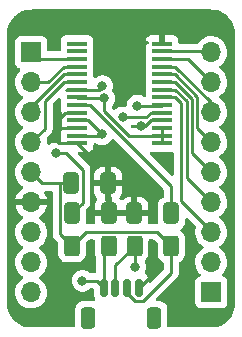
<source format=gbr>
%TF.GenerationSoftware,KiCad,Pcbnew,(6.0.0-0)*%
%TF.CreationDate,2022-02-05T19:10:16-08:00*%
%TF.ProjectId,w2rf004rm-breakout,77327266-3030-4347-926d-2d627265616b,v1*%
%TF.SameCoordinates,Original*%
%TF.FileFunction,Copper,L1,Top*%
%TF.FilePolarity,Positive*%
%FSLAX46Y46*%
G04 Gerber Fmt 4.6, Leading zero omitted, Abs format (unit mm)*
G04 Created by KiCad (PCBNEW (6.0.0-0)) date 2022-02-05 19:10:16*
%MOMM*%
%LPD*%
G01*
G04 APERTURE LIST*
G04 Aperture macros list*
%AMRoundRect*
0 Rectangle with rounded corners*
0 $1 Rounding radius*
0 $2 $3 $4 $5 $6 $7 $8 $9 X,Y pos of 4 corners*
0 Add a 4 corners polygon primitive as box body*
4,1,4,$2,$3,$4,$5,$6,$7,$8,$9,$2,$3,0*
0 Add four circle primitives for the rounded corners*
1,1,$1+$1,$2,$3*
1,1,$1+$1,$4,$5*
1,1,$1+$1,$6,$7*
1,1,$1+$1,$8,$9*
0 Add four rect primitives between the rounded corners*
20,1,$1+$1,$2,$3,$4,$5,0*
20,1,$1+$1,$4,$5,$6,$7,0*
20,1,$1+$1,$6,$7,$8,$9,0*
20,1,$1+$1,$8,$9,$2,$3,0*%
G04 Aperture macros list end*
%TA.AperFunction,SMDPad,CuDef*%
%ADD10R,1.750000X0.450000*%
%TD*%
%TA.AperFunction,SMDPad,CuDef*%
%ADD11RoundRect,0.250000X-0.400000X-0.625000X0.400000X-0.625000X0.400000X0.625000X-0.400000X0.625000X0*%
%TD*%
%TA.AperFunction,SMDPad,CuDef*%
%ADD12RoundRect,0.250000X0.400000X0.625000X-0.400000X0.625000X-0.400000X-0.625000X0.400000X-0.625000X0*%
%TD*%
%TA.AperFunction,ComponentPad*%
%ADD13O,1.700000X1.700000*%
%TD*%
%TA.AperFunction,ComponentPad*%
%ADD14R,1.700000X1.700000*%
%TD*%
%TA.AperFunction,SMDPad,CuDef*%
%ADD15RoundRect,0.150000X0.150000X0.625000X-0.150000X0.625000X-0.150000X-0.625000X0.150000X-0.625000X0*%
%TD*%
%TA.AperFunction,SMDPad,CuDef*%
%ADD16RoundRect,0.250000X0.350000X0.650000X-0.350000X0.650000X-0.350000X-0.650000X0.350000X-0.650000X0*%
%TD*%
%TA.AperFunction,SMDPad,CuDef*%
%ADD17RoundRect,0.250000X0.412500X0.650000X-0.412500X0.650000X-0.412500X-0.650000X0.412500X-0.650000X0*%
%TD*%
%TA.AperFunction,SMDPad,CuDef*%
%ADD18RoundRect,0.250000X-0.412500X-0.650000X0.412500X-0.650000X0.412500X0.650000X-0.412500X0.650000X0*%
%TD*%
%TA.AperFunction,ViaPad*%
%ADD19C,0.800000*%
%TD*%
%TA.AperFunction,Conductor*%
%ADD20C,0.250000*%
%TD*%
G04 APERTURE END LIST*
D10*
%TO.P,U1,28,GND*%
%TO.N,GND*%
X150780000Y-84675000D03*
%TO.P,U1,27,OUTC2*%
%TO.N,/OUTC2*%
X150780000Y-85325000D03*
%TO.P,U1,26,OUTB2*%
%TO.N,/OUTB2*%
X150780000Y-85975000D03*
%TO.P,U1,25,OUTA2*%
%TO.N,/OUTA2*%
X150780000Y-86625000D03*
%TO.P,U1,24,OUTC1*%
%TO.N,/OUTC1*%
X150780000Y-87275000D03*
%TO.P,U1,23,OUTB1*%
%TO.N,/OUTB1*%
X150780000Y-87925000D03*
%TO.P,U1,22,OUTA1*%
%TO.N,/OUTA1*%
X150780000Y-88575000D03*
%TO.P,U1,21,OUTC0*%
%TO.N,/OUTC0*%
X150780000Y-89225000D03*
%TO.P,U1,20,OUTB0*%
%TO.N,/OUTB0*%
X150780000Y-89875000D03*
%TO.P,U1,19,OUTA0*%
%TO.N,/OUTA0*%
X150780000Y-90525000D03*
%TO.P,U1,18,GND*%
%TO.N,GND*%
X150780000Y-91175000D03*
%TO.P,U1,17,INV*%
%TO.N,+5V*%
X150780000Y-91825000D03*
%TO.P,U1,16,ADRB0*%
X150780000Y-92475000D03*
%TO.P,U1,15,ADRB1*%
X150780000Y-93125000D03*
%TO.P,U1,14,ADRB2*%
%TO.N,GND*%
X143580000Y-93125000D03*
%TO.P,U1,13,ADRA0*%
%TO.N,+5V*%
X143580000Y-92475000D03*
%TO.P,U1,12,ADRA1*%
%TO.N,GND*%
X143580000Y-91825000D03*
%TO.P,U1,11,ADRA2*%
%TO.N,+5V*%
X143580000Y-91175000D03*
%TO.P,U1,10,GND*%
%TO.N,GND*%
X143580000Y-90525000D03*
%TO.P,U1,9,CAP*%
%TO.N,/CAP*%
X143580000Y-89875000D03*
%TO.P,U1,8,VDD*%
%TO.N,+5V*%
X143580000Y-89225000D03*
%TO.P,U1,7,RST*%
%TO.N,/~{RST}*%
X143580000Y-88575000D03*
%TO.P,U1,6,SCL-I*%
%TO.N,/SCL-I*%
X143580000Y-87925000D03*
%TO.P,U1,5,SDA-I*%
%TO.N,/SDA-I*%
X143580000Y-87275000D03*
%TO.P,U1,4,SCL-O*%
%TO.N,/SCL-O*%
X143580000Y-86625000D03*
%TO.P,U1,3,SDA-O*%
%TO.N,/SDA-O*%
X143580000Y-85975000D03*
%TO.P,U1,2,TST2*%
%TO.N,unconnected-(U1-Pad2)*%
X143580000Y-85325000D03*
%TO.P,U1,1,TST1*%
%TO.N,unconnected-(U1-Pad1)*%
X143580000Y-84675000D03*
%TD*%
D11*
%TO.P,R2,2*%
%TO.N,/SCL-I*%
X146250000Y-101812000D03*
%TO.P,R2,1*%
%TO.N,+5V*%
X143150000Y-101812000D03*
%TD*%
D12*
%TO.P,R1,1*%
%TO.N,+5V*%
X151550000Y-101812000D03*
%TO.P,R1,2*%
%TO.N,/SDA-I*%
X148450000Y-101812000D03*
%TD*%
D13*
%TO.P,J3,9,Pin_9*%
%TO.N,unconnected-(J3-Pad9)*%
X139700000Y-105740000D03*
%TO.P,J3,8,Pin_8*%
%TO.N,unconnected-(J3-Pad8)*%
X139700000Y-103200000D03*
%TO.P,J3,7,Pin_7*%
%TO.N,unconnected-(J3-Pad7)*%
X139700000Y-100660000D03*
%TO.P,J3,6,Pin_6*%
%TO.N,GND*%
X139700000Y-98120000D03*
%TO.P,J3,5,Pin_5*%
%TO.N,+5V*%
X139700000Y-95580000D03*
%TO.P,J3,4,Pin_4*%
%TO.N,/SCL-I*%
X139700000Y-93040000D03*
%TO.P,J3,3,Pin_3*%
%TO.N,/SDA-I*%
X139700000Y-90500000D03*
%TO.P,J3,2,Pin_2*%
%TO.N,/SCL-O*%
X139700000Y-87960000D03*
D14*
%TO.P,J3,1,Pin_1*%
%TO.N,/SDA-O*%
X139700000Y-85420000D03*
%TD*%
D13*
%TO.P,J2,9,Pin_9*%
%TO.N,/OUTC2*%
X154940000Y-85400000D03*
%TO.P,J2,8,Pin_8*%
%TO.N,/OUTB2*%
X154940000Y-87940000D03*
%TO.P,J2,7,Pin_7*%
%TO.N,/OUTA2*%
X154940000Y-90480000D03*
%TO.P,J2,6,Pin_6*%
%TO.N,/OUTC1*%
X154940000Y-93020000D03*
%TO.P,J2,5,Pin_5*%
%TO.N,/OUTB1*%
X154940000Y-95560000D03*
%TO.P,J2,4,Pin_4*%
%TO.N,/OUTA1*%
X154940000Y-98100000D03*
%TO.P,J2,3,Pin_3*%
%TO.N,/OUTC0*%
X154940000Y-100640000D03*
%TO.P,J2,2,Pin_2*%
%TO.N,/OUTB0*%
X154940000Y-103180000D03*
D14*
%TO.P,J2,1,Pin_1*%
%TO.N,/OUTA0*%
X154940000Y-105720000D03*
%TD*%
D15*
%TO.P,J1,1,Pin_1*%
%TO.N,GND*%
X148820000Y-105355000D03*
%TO.P,J1,2,Pin_2*%
%TO.N,+5V*%
X147820000Y-105355000D03*
%TO.P,J1,3,Pin_3*%
%TO.N,/SDA-I*%
X146820000Y-105355000D03*
%TO.P,J1,4,Pin_4*%
%TO.N,/SCL-I*%
X145820000Y-105355000D03*
D16*
%TO.P,J1,MP*%
%TO.N,N/C*%
X150120000Y-107880000D03*
X144520000Y-107880000D03*
%TD*%
D17*
%TO.P,C3,2*%
%TO.N,GND*%
X148437500Y-99060000D03*
%TO.P,C3,1*%
%TO.N,/CAP*%
X151562500Y-99060000D03*
%TD*%
D18*
%TO.P,C2,1*%
%TO.N,/~{RST}*%
X143137500Y-99060000D03*
%TO.P,C2,2*%
%TO.N,GND*%
X146262500Y-99060000D03*
%TD*%
%TO.P,C1,1*%
%TO.N,+5V*%
X143077500Y-96520000D03*
%TO.P,C1,2*%
%TO.N,GND*%
X146202500Y-96520000D03*
%TD*%
D19*
%TO.N,GND*%
X150270000Y-103610000D03*
X145240000Y-94780000D03*
X151050000Y-94640000D03*
%TO.N,/SCL-I*%
X144030000Y-104760000D03*
%TO.N,/SDA-I*%
X148510000Y-103580000D03*
%TO.N,/~{RST}*%
X145720000Y-88270000D03*
X141770000Y-93960000D03*
%TO.N,GND*%
X142000000Y-91840000D03*
X149020000Y-91660000D03*
%TO.N,+5V*%
X145685000Y-92355000D03*
X145860000Y-89310000D03*
%TO.N,/OUTA0*%
X147450000Y-90910000D03*
%TO.N,/OUTB0*%
X148680000Y-89930000D03*
%TD*%
D20*
%TO.N,GND*%
X150270000Y-103610000D02*
X150270000Y-103905000D01*
X150270000Y-103905000D02*
X148820000Y-105355000D01*
X142130000Y-91710000D02*
X142130000Y-90940000D01*
X142545000Y-90525000D02*
X143580000Y-90525000D01*
X142000000Y-91840000D02*
X142130000Y-91710000D01*
X142130000Y-90940000D02*
X142545000Y-90525000D01*
X142000000Y-91840000D02*
X143565000Y-91840000D01*
X143565000Y-91840000D02*
X143580000Y-91825000D01*
X143580000Y-93125000D02*
X141975000Y-93125000D01*
X141975000Y-91865000D02*
X142000000Y-91840000D01*
X141975000Y-93125000D02*
X141975000Y-91865000D01*
X145240000Y-94780000D02*
X145235000Y-94780000D01*
X145235000Y-94780000D02*
X143580000Y-93125000D01*
X149020000Y-91660000D02*
X149340489Y-91660000D01*
X149340489Y-91660000D02*
X149825489Y-91175000D01*
X149825489Y-91175000D02*
X150780000Y-91175000D01*
%TO.N,+5V*%
X151550000Y-101812000D02*
X150350480Y-100612480D01*
X150350480Y-100612480D02*
X144349520Y-100612480D01*
X144349520Y-100612480D02*
X143150000Y-101812000D01*
X147820000Y-105355000D02*
X147820000Y-105801072D01*
X147820000Y-105801072D02*
X148473448Y-106454520D01*
X148473448Y-106454520D02*
X149166552Y-106454520D01*
X149166552Y-106454520D02*
X151550000Y-104071072D01*
X151550000Y-104071072D02*
X151550000Y-101812000D01*
X143077500Y-96520000D02*
X142200000Y-96520000D01*
X142150480Y-100812480D02*
X142150480Y-96569520D01*
X142200000Y-96520000D02*
X140640000Y-96520000D01*
X143150000Y-101812000D02*
X142150480Y-100812480D01*
X142150480Y-96569520D02*
X142200000Y-96520000D01*
%TO.N,/SCL-I*%
X144030000Y-104760000D02*
X145225000Y-104760000D01*
X145225000Y-104760000D02*
X145820000Y-105355000D01*
%TO.N,/SDA-I*%
X148510000Y-103580000D02*
X148510000Y-101872000D01*
X148510000Y-101872000D02*
X148450000Y-101812000D01*
%TO.N,/SCL-I*%
X145820000Y-105355000D02*
X145820000Y-102242000D01*
X145820000Y-102242000D02*
X146250000Y-101812000D01*
%TO.N,/SDA-I*%
X146820000Y-105355000D02*
X146820000Y-103442000D01*
X146820000Y-103442000D02*
X148450000Y-101812000D01*
%TO.N,+5V*%
X145860000Y-89310000D02*
X145860000Y-90344614D01*
X145860000Y-90344614D02*
X147990386Y-92475000D01*
X147990386Y-92475000D02*
X150780000Y-92475000D01*
%TO.N,/~{RST}*%
X145720000Y-88270000D02*
X145415000Y-88575000D01*
X145415000Y-88575000D02*
X143580000Y-88575000D01*
X142665978Y-93960000D02*
X141770000Y-93960000D01*
X144064520Y-95358542D02*
X142665978Y-93960000D01*
%TO.N,+5V*%
X145860000Y-89310000D02*
X143665000Y-89310000D01*
X143665000Y-89310000D02*
X143580000Y-89225000D01*
X145685000Y-92355000D02*
X144505000Y-91175000D01*
X144505000Y-91175000D02*
X143580000Y-91175000D01*
X145685000Y-92355000D02*
X145565000Y-92475000D01*
X145565000Y-92475000D02*
X143580000Y-92475000D01*
X150780000Y-92475000D02*
X150780000Y-93125000D01*
X150780000Y-91825000D02*
X150780000Y-92475000D01*
%TO.N,/OUTA0*%
X147450000Y-90910000D02*
X149415489Y-90910000D01*
X149800489Y-90525000D02*
X150780000Y-90525000D01*
X149415489Y-90910000D02*
X149800489Y-90525000D01*
%TO.N,/OUTB0*%
X148680000Y-89930000D02*
X150725000Y-89930000D01*
X150725000Y-89930000D02*
X150780000Y-89875000D01*
%TO.N,/OUTC0*%
X150780000Y-89225000D02*
X151879022Y-89225000D01*
X152390000Y-98012507D02*
X154940000Y-100562507D01*
X151879022Y-89225000D02*
X152390000Y-89735978D01*
X152390000Y-89735978D02*
X152390000Y-98012507D01*
X154940000Y-100562507D02*
X154940000Y-100640000D01*
%TO.N,/OUTA1*%
X150780000Y-88575000D02*
X151879022Y-88575000D01*
X151879022Y-88575000D02*
X152866449Y-89562427D01*
X152866449Y-89562427D02*
X152866449Y-96026449D01*
X152866449Y-96026449D02*
X154940000Y-98100000D01*
%TO.N,/OUTB1*%
X150780000Y-87925000D02*
X151879022Y-87925000D01*
X151879022Y-87925000D02*
X153315969Y-89361947D01*
X153315969Y-89361947D02*
X153315969Y-93935969D01*
X153315969Y-93935969D02*
X154940000Y-95560000D01*
%TO.N,/OUTC1*%
X150780000Y-87275000D02*
X151879022Y-87275000D01*
X151879022Y-87275000D02*
X153765489Y-89161467D01*
X153765489Y-91845489D02*
X154940000Y-93020000D01*
X153765489Y-89161467D02*
X153765489Y-91845489D01*
%TO.N,/OUTA2*%
X150780000Y-86625000D02*
X151905000Y-86625000D01*
X151905000Y-86625000D02*
X154940000Y-89660000D01*
X154940000Y-89660000D02*
X154940000Y-90480000D01*
%TO.N,/OUTB2*%
X150780000Y-85975000D02*
X152975000Y-85975000D01*
X152975000Y-85975000D02*
X154940000Y-87940000D01*
%TO.N,/OUTC2*%
X150780000Y-85325000D02*
X154865000Y-85325000D01*
X154865000Y-85325000D02*
X154940000Y-85400000D01*
%TO.N,/~{RST}*%
X143137500Y-99060000D02*
X144064520Y-98132980D01*
X144064520Y-98132980D02*
X144064520Y-95358542D01*
X142669511Y-88575000D02*
X143580000Y-88575000D01*
%TO.N,/CAP*%
X151562500Y-99060000D02*
X151562500Y-96758478D01*
X151562500Y-96758478D02*
X144679022Y-89875000D01*
X144679022Y-89875000D02*
X143580000Y-89875000D01*
%TO.N,+5V*%
X140640000Y-96520000D02*
X139700000Y-95580000D01*
%TO.N,/SCL-I*%
X143580000Y-87925000D02*
X142455000Y-87925000D01*
X142455000Y-87925000D02*
X140874511Y-89505489D01*
X140874511Y-89505489D02*
X140874511Y-91865489D01*
X140874511Y-91865489D02*
X139700000Y-93040000D01*
%TO.N,/SDA-I*%
X143580000Y-87275000D02*
X142440718Y-87275000D01*
X142440718Y-87275000D02*
X139700000Y-90015718D01*
X139700000Y-90015718D02*
X139700000Y-90500000D01*
%TO.N,/SCL-O*%
X143580000Y-86625000D02*
X142455000Y-86625000D01*
X142455000Y-86625000D02*
X141120000Y-87960000D01*
X141120000Y-87960000D02*
X139700000Y-87960000D01*
%TO.N,/SDA-O*%
X143580000Y-85975000D02*
X140255000Y-85975000D01*
X140255000Y-85975000D02*
X139700000Y-85420000D01*
%TD*%
%TA.AperFunction,Conductor*%
%TO.N,GND*%
G36*
X154910057Y-81789500D02*
G01*
X154924858Y-81791805D01*
X154924861Y-81791805D01*
X154933730Y-81793186D01*
X154949999Y-81791059D01*
X154974567Y-81790266D01*
X155196985Y-81804844D01*
X155213326Y-81806995D01*
X155457824Y-81855629D01*
X155473743Y-81859895D01*
X155709790Y-81940022D01*
X155725017Y-81946329D01*
X155948592Y-82056584D01*
X155962865Y-82064825D01*
X156170133Y-82203316D01*
X156183210Y-82213349D01*
X156370632Y-82377714D01*
X156382286Y-82389368D01*
X156546651Y-82576790D01*
X156556684Y-82589867D01*
X156695175Y-82797135D01*
X156703416Y-82811408D01*
X156813671Y-83034983D01*
X156819978Y-83050210D01*
X156900105Y-83286257D01*
X156904371Y-83302176D01*
X156953005Y-83546673D01*
X156955156Y-83563014D01*
X156969264Y-83778268D01*
X156968239Y-83801304D01*
X156968196Y-83804854D01*
X156966814Y-83813730D01*
X156968454Y-83826270D01*
X156970936Y-83845251D01*
X156972000Y-83861589D01*
X156972000Y-106630672D01*
X156970500Y-106650056D01*
X156966814Y-106673730D01*
X156968941Y-106689999D01*
X156969734Y-106714567D01*
X156955156Y-106936985D01*
X156953005Y-106953326D01*
X156904371Y-107197824D01*
X156900105Y-107213743D01*
X156819978Y-107449790D01*
X156813671Y-107465017D01*
X156703416Y-107688592D01*
X156695175Y-107702865D01*
X156556684Y-107910133D01*
X156546651Y-107923210D01*
X156382286Y-108110632D01*
X156370632Y-108122286D01*
X156183210Y-108286651D01*
X156170133Y-108296684D01*
X155962865Y-108435175D01*
X155948592Y-108443416D01*
X155725017Y-108553671D01*
X155709790Y-108559978D01*
X155473743Y-108640105D01*
X155457824Y-108644371D01*
X155213327Y-108693005D01*
X155196986Y-108695156D01*
X154981732Y-108709264D01*
X154958696Y-108708239D01*
X154955146Y-108708196D01*
X154946270Y-108706814D01*
X154917762Y-108710542D01*
X154914749Y-108710936D01*
X154898411Y-108712000D01*
X151354214Y-108712000D01*
X151286093Y-108691998D01*
X151239600Y-108638342D01*
X151228536Y-108580400D01*
X151228500Y-108580400D01*
X151228500Y-107179600D01*
X151228163Y-107176350D01*
X151218238Y-107080692D01*
X151218237Y-107080688D01*
X151217526Y-107073834D01*
X151211483Y-107055719D01*
X151163868Y-106913002D01*
X151161550Y-106906054D01*
X151068478Y-106755652D01*
X150943303Y-106630695D01*
X150931613Y-106623489D01*
X150798968Y-106541725D01*
X150798966Y-106541724D01*
X150792738Y-106537885D01*
X150632254Y-106484655D01*
X150631389Y-106484368D01*
X150631387Y-106484368D01*
X150624861Y-106482203D01*
X150618025Y-106481503D01*
X150618022Y-106481502D01*
X150574969Y-106477091D01*
X150520400Y-106471500D01*
X150349666Y-106471500D01*
X150281545Y-106451498D01*
X150235052Y-106397842D01*
X150224948Y-106327568D01*
X150254442Y-106262988D01*
X150260571Y-106256405D01*
X151942247Y-104574729D01*
X151950537Y-104567185D01*
X151957018Y-104563072D01*
X152003659Y-104513404D01*
X152006413Y-104510563D01*
X152026134Y-104490842D01*
X152028612Y-104487647D01*
X152036318Y-104478625D01*
X152061158Y-104452173D01*
X152066586Y-104446393D01*
X152076346Y-104428640D01*
X152087199Y-104412117D01*
X152094753Y-104402378D01*
X152099613Y-104396113D01*
X152117176Y-104355529D01*
X152122383Y-104344899D01*
X152143695Y-104306132D01*
X152145666Y-104298455D01*
X152145668Y-104298450D01*
X152148732Y-104286514D01*
X152155138Y-104267802D01*
X152156024Y-104265756D01*
X152163181Y-104249217D01*
X152165033Y-104237529D01*
X152170097Y-104205553D01*
X152172504Y-104193932D01*
X152181528Y-104158783D01*
X152181528Y-104158782D01*
X152183500Y-104151102D01*
X152183500Y-104130841D01*
X152185051Y-104111130D01*
X152186979Y-104098957D01*
X152188219Y-104091129D01*
X152184059Y-104047118D01*
X152183500Y-104035261D01*
X152183500Y-103249516D01*
X152203502Y-103181395D01*
X152257158Y-103134902D01*
X152264874Y-103131863D01*
X152266997Y-103130868D01*
X152273946Y-103128550D01*
X152424348Y-103035478D01*
X152549305Y-102910303D01*
X152553146Y-102904072D01*
X152638275Y-102765968D01*
X152638276Y-102765966D01*
X152642115Y-102759738D01*
X152697797Y-102591861D01*
X152708500Y-102487400D01*
X152708500Y-101136600D01*
X152703877Y-101092043D01*
X152698238Y-101037692D01*
X152698237Y-101037688D01*
X152697526Y-101030834D01*
X152641550Y-100863054D01*
X152548478Y-100712652D01*
X152423303Y-100587695D01*
X152383974Y-100563452D01*
X152336480Y-100510679D01*
X152325057Y-100440608D01*
X152353332Y-100375484D01*
X152383781Y-100349052D01*
X152449348Y-100308478D01*
X152574305Y-100183303D01*
X152667115Y-100032738D01*
X152707892Y-99909799D01*
X152720632Y-99871389D01*
X152720632Y-99871387D01*
X152722797Y-99864861D01*
X152733500Y-99760400D01*
X152733500Y-99556101D01*
X152753502Y-99487980D01*
X152807158Y-99441487D01*
X152877432Y-99431383D01*
X152942012Y-99460877D01*
X152948595Y-99467006D01*
X153606603Y-100125014D01*
X153640629Y-100187326D01*
X153638925Y-100247780D01*
X153600989Y-100384570D01*
X153600441Y-100389700D01*
X153600440Y-100389704D01*
X153596933Y-100422522D01*
X153577251Y-100606695D01*
X153577548Y-100611848D01*
X153577548Y-100611851D01*
X153589577Y-100820466D01*
X153590110Y-100829715D01*
X153591247Y-100834761D01*
X153591248Y-100834767D01*
X153608737Y-100912369D01*
X153639222Y-101047639D01*
X153723266Y-101254616D01*
X153740589Y-101282885D01*
X153795187Y-101371980D01*
X153839987Y-101445088D01*
X153986250Y-101613938D01*
X154158126Y-101756632D01*
X154192352Y-101776632D01*
X154231445Y-101799476D01*
X154280169Y-101851114D01*
X154293240Y-101920897D01*
X154266509Y-101986669D01*
X154226055Y-102020027D01*
X154213607Y-102026507D01*
X154209474Y-102029610D01*
X154209471Y-102029612D01*
X154039100Y-102157530D01*
X154034965Y-102160635D01*
X153880629Y-102322138D01*
X153877715Y-102326410D01*
X153877714Y-102326411D01*
X153792556Y-102451249D01*
X153754743Y-102506680D01*
X153660688Y-102709305D01*
X153600989Y-102924570D01*
X153577251Y-103146695D01*
X153577548Y-103151848D01*
X153577548Y-103151851D01*
X153583188Y-103249672D01*
X153590110Y-103369715D01*
X153591247Y-103374761D01*
X153591248Y-103374767D01*
X153611119Y-103462939D01*
X153639222Y-103587639D01*
X153685582Y-103701811D01*
X153715791Y-103776206D01*
X153723266Y-103794616D01*
X153758965Y-103852872D01*
X153828411Y-103966197D01*
X153839987Y-103985088D01*
X153986250Y-104153938D01*
X153990230Y-104157242D01*
X153994981Y-104161187D01*
X154034616Y-104220090D01*
X154036113Y-104291071D01*
X153998997Y-104351593D01*
X153958725Y-104376112D01*
X153909065Y-104394729D01*
X153843295Y-104419385D01*
X153726739Y-104506739D01*
X153639385Y-104623295D01*
X153588255Y-104759684D01*
X153581500Y-104821866D01*
X153581500Y-106618134D01*
X153588255Y-106680316D01*
X153639385Y-106816705D01*
X153726739Y-106933261D01*
X153843295Y-107020615D01*
X153979684Y-107071745D01*
X154041866Y-107078500D01*
X155838134Y-107078500D01*
X155900316Y-107071745D01*
X156036705Y-107020615D01*
X156153261Y-106933261D01*
X156240615Y-106816705D01*
X156291745Y-106680316D01*
X156298500Y-106618134D01*
X156298500Y-104821866D01*
X156291745Y-104759684D01*
X156240615Y-104623295D01*
X156153261Y-104506739D01*
X156036705Y-104419385D01*
X155991339Y-104402378D01*
X155918203Y-104374960D01*
X155861439Y-104332318D01*
X155836739Y-104265756D01*
X155851947Y-104196408D01*
X155873493Y-104167727D01*
X155950359Y-104091129D01*
X155978096Y-104063489D01*
X156037594Y-103980689D01*
X156105435Y-103886277D01*
X156108453Y-103882077D01*
X156144735Y-103808667D01*
X156205136Y-103686453D01*
X156205137Y-103686451D01*
X156207430Y-103681811D01*
X156272370Y-103468069D01*
X156301529Y-103246590D01*
X156301786Y-103236091D01*
X156303074Y-103183365D01*
X156303074Y-103183361D01*
X156303156Y-103180000D01*
X156284852Y-102957361D01*
X156230431Y-102740702D01*
X156141354Y-102535840D01*
X156101906Y-102474862D01*
X156022822Y-102352617D01*
X156022820Y-102352614D01*
X156020014Y-102348277D01*
X155869670Y-102183051D01*
X155865619Y-102179852D01*
X155865615Y-102179848D01*
X155698414Y-102047800D01*
X155698410Y-102047798D01*
X155694359Y-102044598D01*
X155653053Y-102021796D01*
X155603084Y-101971364D01*
X155588312Y-101901921D01*
X155613428Y-101835516D01*
X155640780Y-101808909D01*
X155690664Y-101773327D01*
X155819860Y-101681173D01*
X155978096Y-101523489D01*
X156037594Y-101440689D01*
X156105435Y-101346277D01*
X156108453Y-101342077D01*
X156127342Y-101303859D01*
X156205136Y-101146453D01*
X156205137Y-101146451D01*
X156207430Y-101141811D01*
X156272370Y-100928069D01*
X156301529Y-100706590D01*
X156302585Y-100663365D01*
X156303074Y-100643365D01*
X156303074Y-100643361D01*
X156303156Y-100640000D01*
X156284852Y-100417361D01*
X156230431Y-100200702D01*
X156141354Y-99995840D01*
X156056620Y-99864861D01*
X156022822Y-99812617D01*
X156022820Y-99812614D01*
X156020014Y-99808277D01*
X155869670Y-99643051D01*
X155865619Y-99639852D01*
X155865615Y-99639848D01*
X155698414Y-99507800D01*
X155698410Y-99507798D01*
X155694359Y-99504598D01*
X155653053Y-99481796D01*
X155603084Y-99431364D01*
X155588312Y-99361921D01*
X155613428Y-99295516D01*
X155640780Y-99268909D01*
X155691240Y-99232916D01*
X155819860Y-99141173D01*
X155978096Y-98983489D01*
X156023439Y-98920388D01*
X156105435Y-98806277D01*
X156108453Y-98802077D01*
X156116941Y-98784904D01*
X156205136Y-98606453D01*
X156205137Y-98606451D01*
X156207430Y-98601811D01*
X156243875Y-98481858D01*
X156270865Y-98393023D01*
X156270865Y-98393021D01*
X156272370Y-98388069D01*
X156301529Y-98166590D01*
X156303156Y-98100000D01*
X156284852Y-97877361D01*
X156230431Y-97660702D01*
X156141354Y-97455840D01*
X156071550Y-97347940D01*
X156022822Y-97272617D01*
X156022820Y-97272614D01*
X156020014Y-97268277D01*
X155869670Y-97103051D01*
X155865619Y-97099852D01*
X155865615Y-97099848D01*
X155698414Y-96967800D01*
X155698410Y-96967798D01*
X155694359Y-96964598D01*
X155653053Y-96941796D01*
X155603084Y-96891364D01*
X155588312Y-96821921D01*
X155613428Y-96755516D01*
X155640780Y-96728909D01*
X155690664Y-96693327D01*
X155819860Y-96601173D01*
X155978096Y-96443489D01*
X156108453Y-96262077D01*
X156207430Y-96061811D01*
X156272370Y-95848069D01*
X156301529Y-95626590D01*
X156302585Y-95583365D01*
X156303074Y-95563365D01*
X156303074Y-95563361D01*
X156303156Y-95560000D01*
X156284852Y-95337361D01*
X156230431Y-95120702D01*
X156141354Y-94915840D01*
X156036528Y-94753803D01*
X156022822Y-94732617D01*
X156022820Y-94732614D01*
X156020014Y-94728277D01*
X155869670Y-94563051D01*
X155865619Y-94559852D01*
X155865615Y-94559848D01*
X155698414Y-94427800D01*
X155698410Y-94427798D01*
X155694359Y-94424598D01*
X155653053Y-94401796D01*
X155603084Y-94351364D01*
X155588312Y-94281921D01*
X155613428Y-94215516D01*
X155640780Y-94188909D01*
X155704630Y-94143365D01*
X155819860Y-94061173D01*
X155875028Y-94006198D01*
X155921387Y-93960000D01*
X155978096Y-93903489D01*
X156017625Y-93848479D01*
X156105435Y-93726277D01*
X156108453Y-93722077D01*
X156148490Y-93641069D01*
X156205136Y-93526453D01*
X156205137Y-93526451D01*
X156207430Y-93521811D01*
X156246753Y-93392384D01*
X156270865Y-93313023D01*
X156270865Y-93313021D01*
X156272370Y-93308069D01*
X156301529Y-93086590D01*
X156302353Y-93052872D01*
X156303074Y-93023365D01*
X156303074Y-93023361D01*
X156303156Y-93020000D01*
X156284852Y-92797361D01*
X156230431Y-92580702D01*
X156141354Y-92375840D01*
X156084567Y-92288061D01*
X156022822Y-92192617D01*
X156022820Y-92192614D01*
X156020014Y-92188277D01*
X155869670Y-92023051D01*
X155865619Y-92019852D01*
X155865615Y-92019848D01*
X155698414Y-91887800D01*
X155698410Y-91887798D01*
X155694359Y-91884598D01*
X155653053Y-91861796D01*
X155603084Y-91811364D01*
X155588312Y-91741921D01*
X155613428Y-91675516D01*
X155640780Y-91648909D01*
X155734744Y-91581885D01*
X155819860Y-91521173D01*
X155825119Y-91515933D01*
X155974435Y-91367137D01*
X155978096Y-91363489D01*
X156108453Y-91182077D01*
X156207430Y-90981811D01*
X156252318Y-90834067D01*
X156270865Y-90773023D01*
X156270865Y-90773021D01*
X156272370Y-90768069D01*
X156301529Y-90546590D01*
X156303156Y-90480000D01*
X156284852Y-90257361D01*
X156230431Y-90040702D01*
X156141354Y-89835840D01*
X156079399Y-89740072D01*
X156022822Y-89652617D01*
X156022820Y-89652614D01*
X156020014Y-89648277D01*
X155869670Y-89483051D01*
X155865619Y-89479852D01*
X155865615Y-89479848D01*
X155698414Y-89347800D01*
X155698410Y-89347798D01*
X155694359Y-89344598D01*
X155653053Y-89321796D01*
X155603084Y-89271364D01*
X155588312Y-89201921D01*
X155613428Y-89135516D01*
X155640780Y-89108909D01*
X155709581Y-89059834D01*
X155819860Y-88981173D01*
X155852681Y-88948467D01*
X155974435Y-88827137D01*
X155978096Y-88823489D01*
X156072898Y-88691558D01*
X156105435Y-88646277D01*
X156108453Y-88642077D01*
X156207430Y-88441811D01*
X156272370Y-88228069D01*
X156301529Y-88006590D01*
X156303156Y-87940000D01*
X156284852Y-87717361D01*
X156230431Y-87500702D01*
X156141354Y-87295840D01*
X156101906Y-87234862D01*
X156022822Y-87112617D01*
X156022820Y-87112614D01*
X156020014Y-87108277D01*
X155869670Y-86943051D01*
X155865619Y-86939852D01*
X155865615Y-86939848D01*
X155698414Y-86807800D01*
X155698410Y-86807798D01*
X155694359Y-86804598D01*
X155653053Y-86781796D01*
X155603084Y-86731364D01*
X155588312Y-86661921D01*
X155613428Y-86595516D01*
X155640780Y-86568909D01*
X155725755Y-86508297D01*
X155819860Y-86441173D01*
X155978096Y-86283489D01*
X156108453Y-86102077D01*
X156207430Y-85901811D01*
X156272370Y-85688069D01*
X156301529Y-85466590D01*
X156303156Y-85400000D01*
X156284852Y-85177361D01*
X156230431Y-84960702D01*
X156141354Y-84755840D01*
X156020014Y-84568277D01*
X155869670Y-84403051D01*
X155865619Y-84399852D01*
X155865615Y-84399848D01*
X155698414Y-84267800D01*
X155698410Y-84267798D01*
X155694359Y-84264598D01*
X155498789Y-84156638D01*
X155493920Y-84154914D01*
X155493916Y-84154912D01*
X155293087Y-84083795D01*
X155293083Y-84083794D01*
X155288212Y-84082069D01*
X155283119Y-84081162D01*
X155283116Y-84081161D01*
X155073373Y-84043800D01*
X155073367Y-84043799D01*
X155068284Y-84042894D01*
X154994452Y-84041992D01*
X154850081Y-84040228D01*
X154850079Y-84040228D01*
X154844911Y-84040165D01*
X154624091Y-84073955D01*
X154411756Y-84143357D01*
X154381443Y-84159137D01*
X154310421Y-84196109D01*
X154213607Y-84246507D01*
X154209474Y-84249610D01*
X154209471Y-84249612D01*
X154078898Y-84347649D01*
X154034965Y-84380635D01*
X153880629Y-84542138D01*
X153845298Y-84593932D01*
X153816257Y-84636504D01*
X153761346Y-84681507D01*
X153712169Y-84691500D01*
X152289000Y-84691500D01*
X152220879Y-84671498D01*
X152174386Y-84617842D01*
X152163000Y-84565501D01*
X152162999Y-84405332D01*
X152162629Y-84398510D01*
X152157105Y-84347648D01*
X152153479Y-84332396D01*
X152108324Y-84211946D01*
X152099786Y-84196351D01*
X152023285Y-84094276D01*
X152010724Y-84081715D01*
X151908649Y-84005214D01*
X151893054Y-83996676D01*
X151772606Y-83951522D01*
X151757351Y-83947895D01*
X151706486Y-83942369D01*
X151699672Y-83942000D01*
X151023115Y-83942000D01*
X151007876Y-83946475D01*
X151006671Y-83947865D01*
X151005000Y-83955548D01*
X151005000Y-84465500D01*
X150984998Y-84533621D01*
X150931342Y-84580114D01*
X150879000Y-84591500D01*
X150677628Y-84591500D01*
X150609507Y-84571498D01*
X150563014Y-84517842D01*
X150552910Y-84447568D01*
X150554508Y-84438715D01*
X150555000Y-84436453D01*
X150555000Y-83960116D01*
X150550525Y-83944877D01*
X150549135Y-83943672D01*
X150541452Y-83942001D01*
X149860331Y-83942001D01*
X149853510Y-83942371D01*
X149802648Y-83947895D01*
X149787396Y-83951521D01*
X149666946Y-83996676D01*
X149651351Y-84005214D01*
X149549276Y-84081715D01*
X149536715Y-84094276D01*
X149460214Y-84196351D01*
X149451676Y-84211946D01*
X149406522Y-84332394D01*
X149402895Y-84347649D01*
X149397369Y-84398514D01*
X149397000Y-84405328D01*
X149397000Y-84431885D01*
X149401475Y-84447124D01*
X149402865Y-84448329D01*
X149410548Y-84450000D01*
X149546116Y-84450000D01*
X149614237Y-84470002D01*
X149660730Y-84523658D01*
X149670834Y-84593932D01*
X149641340Y-84658512D01*
X149621683Y-84676825D01*
X149541739Y-84736739D01*
X149454385Y-84853295D01*
X149454096Y-84853079D01*
X149407935Y-84899139D01*
X149402582Y-84901353D01*
X149398672Y-84905865D01*
X149397001Y-84913548D01*
X149397001Y-84944670D01*
X149397370Y-84951488D01*
X149400909Y-84984067D01*
X149400909Y-85011280D01*
X149396500Y-85051866D01*
X149396500Y-85598134D01*
X149396869Y-85601529D01*
X149396869Y-85601533D01*
X149400656Y-85636393D01*
X149400656Y-85663607D01*
X149397461Y-85693023D01*
X149396500Y-85701866D01*
X149396500Y-86248134D01*
X149400341Y-86283489D01*
X149400656Y-86286393D01*
X149400656Y-86313606D01*
X149396500Y-86351866D01*
X149396500Y-86898134D01*
X149396869Y-86901529D01*
X149396869Y-86901533D01*
X149400656Y-86936393D01*
X149400656Y-86963606D01*
X149396500Y-87001866D01*
X149396500Y-87548134D01*
X149396869Y-87551529D01*
X149396869Y-87551533D01*
X149400656Y-87586393D01*
X149400656Y-87613606D01*
X149396500Y-87651866D01*
X149396500Y-88198134D01*
X149396869Y-88201529D01*
X149396869Y-88201533D01*
X149400656Y-88236393D01*
X149400656Y-88263606D01*
X149396500Y-88301866D01*
X149396500Y-88848134D01*
X149396869Y-88851529D01*
X149396869Y-88851533D01*
X149400656Y-88886393D01*
X149400656Y-88913606D01*
X149396500Y-88951866D01*
X149396500Y-89080311D01*
X149376498Y-89148432D01*
X149322842Y-89194925D01*
X149252568Y-89205029D01*
X149196439Y-89182247D01*
X149142094Y-89142763D01*
X149142093Y-89142762D01*
X149136752Y-89138882D01*
X149130724Y-89136198D01*
X149130722Y-89136197D01*
X148968319Y-89063891D01*
X148968318Y-89063891D01*
X148962288Y-89061206D01*
X148868888Y-89041353D01*
X148781944Y-89022872D01*
X148781939Y-89022872D01*
X148775487Y-89021500D01*
X148584513Y-89021500D01*
X148578061Y-89022872D01*
X148578056Y-89022872D01*
X148491112Y-89041353D01*
X148397712Y-89061206D01*
X148391682Y-89063891D01*
X148391681Y-89063891D01*
X148229278Y-89136197D01*
X148229276Y-89136198D01*
X148223248Y-89138882D01*
X148217907Y-89142762D01*
X148217906Y-89142763D01*
X148178885Y-89171114D01*
X148068747Y-89251134D01*
X148064326Y-89256044D01*
X148064325Y-89256045D01*
X147957572Y-89374607D01*
X147940960Y-89393056D01*
X147845473Y-89558444D01*
X147786458Y-89740072D01*
X147785769Y-89746631D01*
X147785768Y-89746634D01*
X147768943Y-89906717D01*
X147741930Y-89972373D01*
X147683708Y-90013003D01*
X147617437Y-90016793D01*
X147551946Y-90002873D01*
X147551947Y-90002873D01*
X147545487Y-90001500D01*
X147354513Y-90001500D01*
X147348061Y-90002872D01*
X147348056Y-90002872D01*
X147282565Y-90016793D01*
X147167712Y-90041206D01*
X147161682Y-90043891D01*
X147161681Y-90043891D01*
X146999278Y-90116197D01*
X146999276Y-90116198D01*
X146993248Y-90118882D01*
X146838747Y-90231134D01*
X146834325Y-90236046D01*
X146829423Y-90240459D01*
X146828544Y-90239482D01*
X146774136Y-90273006D01*
X146703152Y-90271658D01*
X146651843Y-90240553D01*
X146600006Y-90188715D01*
X146530404Y-90119113D01*
X146496379Y-90056801D01*
X146493500Y-90030018D01*
X146493500Y-90012524D01*
X146513502Y-89944403D01*
X146525858Y-89928221D01*
X146599040Y-89846944D01*
X146694527Y-89681556D01*
X146753542Y-89499928D01*
X146754915Y-89486870D01*
X146772814Y-89316565D01*
X146773504Y-89310000D01*
X146766241Y-89240897D01*
X146754232Y-89126635D01*
X146754232Y-89126633D01*
X146753542Y-89120072D01*
X146694527Y-88938444D01*
X146599040Y-88773056D01*
X146583608Y-88755917D01*
X146552892Y-88691911D01*
X146557413Y-88632674D01*
X146613542Y-88459928D01*
X146633504Y-88270000D01*
X146625951Y-88198134D01*
X146614232Y-88086635D01*
X146614232Y-88086633D01*
X146613542Y-88080072D01*
X146554527Y-87898444D01*
X146459040Y-87733056D01*
X146438017Y-87709707D01*
X146335675Y-87596045D01*
X146335674Y-87596044D01*
X146331253Y-87591134D01*
X146232157Y-87519136D01*
X146182094Y-87482763D01*
X146182093Y-87482762D01*
X146176752Y-87478882D01*
X146170724Y-87476198D01*
X146170722Y-87476197D01*
X146008319Y-87403891D01*
X146008318Y-87403891D01*
X146002288Y-87401206D01*
X145908887Y-87381353D01*
X145821944Y-87362872D01*
X145821939Y-87362872D01*
X145815487Y-87361500D01*
X145624513Y-87361500D01*
X145618061Y-87362872D01*
X145618056Y-87362872D01*
X145531113Y-87381353D01*
X145437712Y-87401206D01*
X145431682Y-87403891D01*
X145431681Y-87403891D01*
X145269278Y-87476197D01*
X145269276Y-87476198D01*
X145263248Y-87478882D01*
X145257907Y-87482762D01*
X145257906Y-87482763D01*
X145163561Y-87551309D01*
X145096693Y-87575167D01*
X145027542Y-87559087D01*
X144978062Y-87508173D01*
X144963500Y-87449373D01*
X144963500Y-87001866D01*
X144959344Y-86963606D01*
X144959344Y-86936393D01*
X144963131Y-86901533D01*
X144963131Y-86901529D01*
X144963500Y-86898134D01*
X144963500Y-86351866D01*
X144959344Y-86313606D01*
X144959344Y-86286393D01*
X144959660Y-86283489D01*
X144963500Y-86248134D01*
X144963500Y-85701866D01*
X144962540Y-85693023D01*
X144959344Y-85663607D01*
X144959344Y-85636393D01*
X144963131Y-85601533D01*
X144963131Y-85601529D01*
X144963500Y-85598134D01*
X144963500Y-85051866D01*
X144959344Y-85013606D01*
X144959344Y-84986393D01*
X144963131Y-84951533D01*
X144963131Y-84951529D01*
X144963500Y-84948134D01*
X144963500Y-84401866D01*
X144956745Y-84339684D01*
X144905615Y-84203295D01*
X144818261Y-84086739D01*
X144701705Y-83999385D01*
X144565316Y-83948255D01*
X144503134Y-83941500D01*
X142656866Y-83941500D01*
X142594684Y-83948255D01*
X142458295Y-83999385D01*
X142341739Y-84086739D01*
X142254385Y-84203295D01*
X142203255Y-84339684D01*
X142196500Y-84401866D01*
X142196500Y-84948134D01*
X142196869Y-84951529D01*
X142196869Y-84951533D01*
X142200656Y-84986393D01*
X142200656Y-85013606D01*
X142196500Y-85051866D01*
X142196500Y-85215500D01*
X142176498Y-85283621D01*
X142122842Y-85330114D01*
X142070500Y-85341500D01*
X141184500Y-85341500D01*
X141116379Y-85321498D01*
X141069886Y-85267842D01*
X141058500Y-85215500D01*
X141058500Y-84521866D01*
X141051745Y-84459684D01*
X141000615Y-84323295D01*
X140913261Y-84206739D01*
X140796705Y-84119385D01*
X140660316Y-84068255D01*
X140598134Y-84061500D01*
X138801866Y-84061500D01*
X138739684Y-84068255D01*
X138603295Y-84119385D01*
X138486739Y-84206739D01*
X138399385Y-84323295D01*
X138348255Y-84459684D01*
X138341500Y-84521866D01*
X138341500Y-86318134D01*
X138348255Y-86380316D01*
X138399385Y-86516705D01*
X138486739Y-86633261D01*
X138603295Y-86720615D01*
X138611704Y-86723767D01*
X138611705Y-86723768D01*
X138720451Y-86764535D01*
X138777216Y-86807176D01*
X138801916Y-86873738D01*
X138786709Y-86943087D01*
X138767316Y-86969568D01*
X138640629Y-87102138D01*
X138514743Y-87286680D01*
X138480013Y-87361500D01*
X138423725Y-87482763D01*
X138420688Y-87489305D01*
X138360989Y-87704570D01*
X138337251Y-87926695D01*
X138337548Y-87931848D01*
X138337548Y-87931851D01*
X138346094Y-88080072D01*
X138350110Y-88149715D01*
X138351247Y-88154761D01*
X138351248Y-88154767D01*
X138375304Y-88261508D01*
X138399222Y-88367639D01*
X138483266Y-88574616D01*
X138599987Y-88765088D01*
X138746250Y-88933938D01*
X138918126Y-89076632D01*
X138924422Y-89080311D01*
X138991445Y-89119476D01*
X139040169Y-89171114D01*
X139053240Y-89240897D01*
X139026509Y-89306669D01*
X138986055Y-89340027D01*
X138973607Y-89346507D01*
X138969474Y-89349610D01*
X138969471Y-89349612D01*
X138799100Y-89477530D01*
X138794965Y-89480635D01*
X138791393Y-89484373D01*
X138675848Y-89605284D01*
X138640629Y-89642138D01*
X138637715Y-89646410D01*
X138637714Y-89646411D01*
X138573823Y-89740072D01*
X138514743Y-89826680D01*
X138507991Y-89841226D01*
X138432958Y-90002872D01*
X138420688Y-90029305D01*
X138360989Y-90244570D01*
X138337251Y-90466695D01*
X138337548Y-90471848D01*
X138337548Y-90471851D01*
X138344970Y-90600565D01*
X138350110Y-90689715D01*
X138351247Y-90694761D01*
X138351248Y-90694767D01*
X138373763Y-90794670D01*
X138399222Y-90907639D01*
X138483266Y-91114616D01*
X138599987Y-91305088D01*
X138746250Y-91473938D01*
X138918126Y-91616632D01*
X138933247Y-91625468D01*
X138991445Y-91659476D01*
X139040169Y-91711114D01*
X139053240Y-91780897D01*
X139026509Y-91846669D01*
X138986055Y-91880027D01*
X138973607Y-91886507D01*
X138969474Y-91889610D01*
X138969471Y-91889612D01*
X138799100Y-92017530D01*
X138794965Y-92020635D01*
X138791393Y-92024373D01*
X138711961Y-92107494D01*
X138640629Y-92182138D01*
X138637715Y-92186410D01*
X138637714Y-92186411D01*
X138575663Y-92277375D01*
X138514743Y-92366680D01*
X138420688Y-92569305D01*
X138360989Y-92784570D01*
X138337251Y-93006695D01*
X138337548Y-93011848D01*
X138337548Y-93011851D01*
X138346448Y-93166197D01*
X138350110Y-93229715D01*
X138351247Y-93234761D01*
X138351248Y-93234767D01*
X138370858Y-93321780D01*
X138399222Y-93447639D01*
X138483266Y-93654616D01*
X138599987Y-93845088D01*
X138746250Y-94013938D01*
X138918126Y-94156632D01*
X138973362Y-94188909D01*
X138991445Y-94199476D01*
X139040169Y-94251114D01*
X139053240Y-94320897D01*
X139026509Y-94386669D01*
X138986055Y-94420027D01*
X138973607Y-94426507D01*
X138969474Y-94429610D01*
X138969471Y-94429612D01*
X138799100Y-94557530D01*
X138794965Y-94560635D01*
X138791393Y-94564373D01*
X138674707Y-94686478D01*
X138640629Y-94722138D01*
X138637715Y-94726410D01*
X138637714Y-94726411D01*
X138569705Y-94826109D01*
X138514743Y-94906680D01*
X138486660Y-94967180D01*
X138425878Y-95098125D01*
X138420688Y-95109305D01*
X138360989Y-95324570D01*
X138337251Y-95546695D01*
X138337548Y-95551848D01*
X138337548Y-95551851D01*
X138347364Y-95722086D01*
X138350110Y-95769715D01*
X138351247Y-95774761D01*
X138351248Y-95774767D01*
X138371921Y-95866498D01*
X138399222Y-95987639D01*
X138483266Y-96194616D01*
X138599987Y-96385088D01*
X138746250Y-96553938D01*
X138918126Y-96696632D01*
X138973362Y-96728909D01*
X138991955Y-96739774D01*
X139040679Y-96791412D01*
X139053750Y-96861195D01*
X139027019Y-96926967D01*
X138986562Y-96960327D01*
X138978457Y-96964546D01*
X138969738Y-96970036D01*
X138799433Y-97097905D01*
X138791726Y-97104748D01*
X138644590Y-97258717D01*
X138638104Y-97266727D01*
X138518098Y-97442649D01*
X138513000Y-97451623D01*
X138423338Y-97644783D01*
X138419775Y-97654470D01*
X138364389Y-97854183D01*
X138365912Y-97862607D01*
X138378292Y-97866000D01*
X141018344Y-97866000D01*
X141031875Y-97862027D01*
X141033180Y-97852947D01*
X140991214Y-97685875D01*
X140987894Y-97676124D01*
X140902972Y-97480814D01*
X140898105Y-97471739D01*
X140818017Y-97347940D01*
X140797810Y-97279879D01*
X140817606Y-97211699D01*
X140871122Y-97165045D01*
X140923809Y-97153500D01*
X141390980Y-97153500D01*
X141459101Y-97173502D01*
X141505594Y-97227158D01*
X141516980Y-97279500D01*
X141516980Y-100733713D01*
X141516453Y-100744896D01*
X141514778Y-100752389D01*
X141515027Y-100760315D01*
X141515027Y-100760316D01*
X141516918Y-100820466D01*
X141516980Y-100824425D01*
X141516980Y-100852336D01*
X141517477Y-100856270D01*
X141517477Y-100856271D01*
X141517485Y-100856336D01*
X141518418Y-100868173D01*
X141519807Y-100912369D01*
X141525458Y-100931819D01*
X141529467Y-100951180D01*
X141532006Y-100971277D01*
X141534925Y-100978648D01*
X141534925Y-100978650D01*
X141548284Y-101012392D01*
X141552129Y-101023622D01*
X141560497Y-101052425D01*
X141564462Y-101066073D01*
X141568495Y-101072892D01*
X141568497Y-101072897D01*
X141574773Y-101083508D01*
X141583468Y-101101256D01*
X141590928Y-101120097D01*
X141595590Y-101126513D01*
X141595590Y-101126514D01*
X141616916Y-101155867D01*
X141623432Y-101165787D01*
X141645938Y-101203842D01*
X141660259Y-101218163D01*
X141673099Y-101233196D01*
X141685008Y-101249587D01*
X141696411Y-101259020D01*
X141719085Y-101277778D01*
X141727864Y-101285768D01*
X141954595Y-101512499D01*
X141988621Y-101574811D01*
X141991500Y-101601594D01*
X141991500Y-102487400D01*
X141991837Y-102490646D01*
X141991837Y-102490650D01*
X141996063Y-102531375D01*
X142002474Y-102593166D01*
X142058450Y-102760946D01*
X142151522Y-102911348D01*
X142276697Y-103036305D01*
X142282927Y-103040145D01*
X142282928Y-103040146D01*
X142420090Y-103124694D01*
X142427262Y-103129115D01*
X142495809Y-103151851D01*
X142588611Y-103182632D01*
X142588613Y-103182632D01*
X142595139Y-103184797D01*
X142601975Y-103185497D01*
X142601978Y-103185498D01*
X142645031Y-103189909D01*
X142699600Y-103195500D01*
X143600400Y-103195500D01*
X143603646Y-103195163D01*
X143603650Y-103195163D01*
X143699308Y-103185238D01*
X143699312Y-103185237D01*
X143706166Y-103184526D01*
X143712702Y-103182345D01*
X143712704Y-103182345D01*
X143864016Y-103131863D01*
X143873946Y-103128550D01*
X144024348Y-103035478D01*
X144149305Y-102910303D01*
X144153146Y-102904072D01*
X144238275Y-102765968D01*
X144238276Y-102765966D01*
X144242115Y-102759738D01*
X144297797Y-102591861D01*
X144308500Y-102487400D01*
X144308500Y-101601594D01*
X144328502Y-101533473D01*
X144345405Y-101512499D01*
X144575019Y-101282885D01*
X144637331Y-101248859D01*
X144664114Y-101245980D01*
X144965500Y-101245980D01*
X145033621Y-101265982D01*
X145080114Y-101319638D01*
X145091500Y-101371980D01*
X145091500Y-102487400D01*
X145091837Y-102490646D01*
X145091837Y-102490650D01*
X145096063Y-102531375D01*
X145102474Y-102593166D01*
X145158450Y-102760946D01*
X145167645Y-102775804D01*
X145186500Y-102842106D01*
X145186500Y-104000500D01*
X145166498Y-104068621D01*
X145112842Y-104115114D01*
X145060500Y-104126500D01*
X144738200Y-104126500D01*
X144670079Y-104106498D01*
X144650853Y-104090157D01*
X144650580Y-104090460D01*
X144645668Y-104086037D01*
X144641253Y-104081134D01*
X144586294Y-104041204D01*
X144492094Y-103972763D01*
X144492093Y-103972762D01*
X144486752Y-103968882D01*
X144480724Y-103966198D01*
X144480722Y-103966197D01*
X144318319Y-103893891D01*
X144318318Y-103893891D01*
X144312288Y-103891206D01*
X144218887Y-103871353D01*
X144131944Y-103852872D01*
X144131939Y-103852872D01*
X144125487Y-103851500D01*
X143934513Y-103851500D01*
X143928061Y-103852872D01*
X143928056Y-103852872D01*
X143841112Y-103871353D01*
X143747712Y-103891206D01*
X143741682Y-103893891D01*
X143741681Y-103893891D01*
X143579278Y-103966197D01*
X143579276Y-103966198D01*
X143573248Y-103968882D01*
X143418747Y-104081134D01*
X143414326Y-104086044D01*
X143414325Y-104086045D01*
X143348832Y-104158783D01*
X143290960Y-104223056D01*
X143248481Y-104296632D01*
X143206752Y-104368909D01*
X143195473Y-104388444D01*
X143136458Y-104570072D01*
X143135768Y-104576633D01*
X143135768Y-104576635D01*
X143118614Y-104739848D01*
X143116496Y-104760000D01*
X143117186Y-104766565D01*
X143132537Y-104912617D01*
X143136458Y-104949928D01*
X143195473Y-105131556D01*
X143290960Y-105296944D01*
X143418747Y-105438866D01*
X143573248Y-105551118D01*
X143579276Y-105553802D01*
X143579278Y-105553803D01*
X143741681Y-105626109D01*
X143747712Y-105628794D01*
X143841113Y-105648647D01*
X143928056Y-105667128D01*
X143928061Y-105667128D01*
X143934513Y-105668500D01*
X144125487Y-105668500D01*
X144131939Y-105667128D01*
X144131944Y-105667128D01*
X144218887Y-105648647D01*
X144312288Y-105628794D01*
X144318319Y-105626109D01*
X144480722Y-105553803D01*
X144480724Y-105553802D01*
X144486752Y-105551118D01*
X144533215Y-105517361D01*
X144619671Y-105454546D01*
X144641253Y-105438866D01*
X144645668Y-105433963D01*
X144650580Y-105429540D01*
X144651705Y-105430789D01*
X144705014Y-105397949D01*
X144738200Y-105393500D01*
X144885500Y-105393500D01*
X144953621Y-105413502D01*
X145000114Y-105467158D01*
X145011500Y-105519500D01*
X145011500Y-106046502D01*
X145014438Y-106083831D01*
X145060855Y-106243601D01*
X145075008Y-106267533D01*
X145086276Y-106286586D01*
X145103735Y-106355402D01*
X145081217Y-106422734D01*
X145025872Y-106467202D01*
X144964980Y-106476068D01*
X144920400Y-106471500D01*
X144119600Y-106471500D01*
X144116354Y-106471837D01*
X144116350Y-106471837D01*
X144020692Y-106481762D01*
X144020688Y-106481763D01*
X144013834Y-106482474D01*
X144007298Y-106484655D01*
X144007296Y-106484655D01*
X143947955Y-106504453D01*
X143846054Y-106538450D01*
X143695652Y-106631522D01*
X143690479Y-106636704D01*
X143651845Y-106675405D01*
X143570695Y-106756697D01*
X143566855Y-106762927D01*
X143566854Y-106762928D01*
X143509760Y-106855552D01*
X143477885Y-106907262D01*
X143468026Y-106936986D01*
X143430521Y-107050062D01*
X143422203Y-107075139D01*
X143421503Y-107081975D01*
X143421502Y-107081978D01*
X143419476Y-107101753D01*
X143411500Y-107179600D01*
X143411500Y-108580400D01*
X143411403Y-108580400D01*
X143395169Y-108648548D01*
X143343990Y-108697753D01*
X143285790Y-108712000D01*
X139749328Y-108712000D01*
X139729943Y-108710500D01*
X139715142Y-108708195D01*
X139715139Y-108708195D01*
X139706270Y-108706814D01*
X139690001Y-108708941D01*
X139665433Y-108709734D01*
X139443015Y-108695156D01*
X139426674Y-108693005D01*
X139182176Y-108644371D01*
X139166257Y-108640105D01*
X138930210Y-108559978D01*
X138914983Y-108553671D01*
X138691408Y-108443416D01*
X138677135Y-108435175D01*
X138469867Y-108296684D01*
X138456790Y-108286651D01*
X138269368Y-108122286D01*
X138257714Y-108110632D01*
X138093349Y-107923210D01*
X138083316Y-107910133D01*
X137944825Y-107702865D01*
X137936584Y-107688592D01*
X137826329Y-107465017D01*
X137820022Y-107449790D01*
X137739895Y-107213743D01*
X137735629Y-107197824D01*
X137686995Y-106953327D01*
X137684844Y-106936986D01*
X137670736Y-106721732D01*
X137671761Y-106698696D01*
X137671804Y-106695146D01*
X137673186Y-106686270D01*
X137669064Y-106654748D01*
X137668000Y-106638411D01*
X137668000Y-105706695D01*
X138337251Y-105706695D01*
X138337548Y-105711848D01*
X138337548Y-105711851D01*
X138343011Y-105806590D01*
X138350110Y-105929715D01*
X138351247Y-105934761D01*
X138351248Y-105934767D01*
X138371119Y-106022939D01*
X138399222Y-106147639D01*
X138483266Y-106354616D01*
X138485965Y-106359020D01*
X138595674Y-106538049D01*
X138599987Y-106545088D01*
X138746250Y-106713938D01*
X138918126Y-106856632D01*
X139111000Y-106969338D01*
X139319692Y-107049030D01*
X139324760Y-107050061D01*
X139324763Y-107050062D01*
X139431339Y-107071745D01*
X139538597Y-107093567D01*
X139543772Y-107093757D01*
X139543774Y-107093757D01*
X139756673Y-107101564D01*
X139756677Y-107101564D01*
X139761837Y-107101753D01*
X139766957Y-107101097D01*
X139766959Y-107101097D01*
X139978288Y-107074025D01*
X139978289Y-107074025D01*
X139983416Y-107073368D01*
X139998072Y-107068971D01*
X140192429Y-107010661D01*
X140192434Y-107010659D01*
X140197384Y-107009174D01*
X140397994Y-106910896D01*
X140579860Y-106781173D01*
X140605471Y-106755652D01*
X140687679Y-106673730D01*
X140738096Y-106623489D01*
X140772235Y-106575980D01*
X140865435Y-106446277D01*
X140868453Y-106442077D01*
X140967430Y-106241811D01*
X141017376Y-106077421D01*
X141030865Y-106033023D01*
X141030865Y-106033021D01*
X141032370Y-106028069D01*
X141061529Y-105806590D01*
X141063156Y-105740000D01*
X141044852Y-105517361D01*
X140990431Y-105300702D01*
X140901354Y-105095840D01*
X140806959Y-104949928D01*
X140782822Y-104912617D01*
X140782820Y-104912614D01*
X140780014Y-104908277D01*
X140629670Y-104743051D01*
X140625619Y-104739852D01*
X140625615Y-104739848D01*
X140458414Y-104607800D01*
X140458410Y-104607798D01*
X140454359Y-104604598D01*
X140413053Y-104581796D01*
X140363084Y-104531364D01*
X140348312Y-104461921D01*
X140373428Y-104395516D01*
X140400780Y-104368909D01*
X140454877Y-104330322D01*
X140579860Y-104241173D01*
X140592303Y-104228774D01*
X140730429Y-104091129D01*
X140738096Y-104083489D01*
X140742579Y-104077251D01*
X140865435Y-103906277D01*
X140868453Y-103902077D01*
X140880631Y-103877438D01*
X140965136Y-103706453D01*
X140965137Y-103706451D01*
X140967430Y-103701811D01*
X141032370Y-103488069D01*
X141061529Y-103266590D01*
X141061937Y-103249908D01*
X141063074Y-103203365D01*
X141063074Y-103203361D01*
X141063156Y-103200000D01*
X141044852Y-102977361D01*
X140990431Y-102760702D01*
X140901354Y-102555840D01*
X140780014Y-102368277D01*
X140629670Y-102203051D01*
X140625619Y-102199852D01*
X140625615Y-102199848D01*
X140458414Y-102067800D01*
X140458410Y-102067798D01*
X140454359Y-102064598D01*
X140413053Y-102041796D01*
X140363084Y-101991364D01*
X140348312Y-101921921D01*
X140373428Y-101855516D01*
X140400780Y-101828909D01*
X140444603Y-101797650D01*
X140579860Y-101701173D01*
X140738096Y-101543489D01*
X140752468Y-101523489D01*
X140865435Y-101366277D01*
X140868453Y-101362077D01*
X140880631Y-101337438D01*
X140965136Y-101166453D01*
X140965137Y-101166451D01*
X140967430Y-101161811D01*
X141032370Y-100948069D01*
X141061529Y-100726590D01*
X141061611Y-100723240D01*
X141063074Y-100663365D01*
X141063074Y-100663361D01*
X141063156Y-100660000D01*
X141044852Y-100437361D01*
X140990431Y-100220702D01*
X140901354Y-100015840D01*
X140822579Y-99894072D01*
X140782822Y-99832617D01*
X140782820Y-99832614D01*
X140780014Y-99828277D01*
X140629670Y-99663051D01*
X140625619Y-99659852D01*
X140625615Y-99659848D01*
X140458414Y-99527800D01*
X140458410Y-99527798D01*
X140454359Y-99524598D01*
X140412569Y-99501529D01*
X140362598Y-99451097D01*
X140347826Y-99381654D01*
X140372942Y-99315248D01*
X140400294Y-99288641D01*
X140575328Y-99163792D01*
X140583200Y-99157139D01*
X140734052Y-99006812D01*
X140740730Y-98998965D01*
X140865003Y-98826020D01*
X140870313Y-98817183D01*
X140964670Y-98626267D01*
X140968469Y-98616672D01*
X141030377Y-98412910D01*
X141032555Y-98402837D01*
X141033986Y-98391962D01*
X141031775Y-98377778D01*
X141018617Y-98374000D01*
X138383225Y-98374000D01*
X138369694Y-98377973D01*
X138368257Y-98387966D01*
X138398565Y-98522446D01*
X138401645Y-98532275D01*
X138481770Y-98729603D01*
X138486413Y-98738794D01*
X138597694Y-98920388D01*
X138603777Y-98928699D01*
X138743213Y-99089667D01*
X138750580Y-99096883D01*
X138914434Y-99232916D01*
X138922881Y-99238831D01*
X138991969Y-99279203D01*
X139040693Y-99330842D01*
X139053764Y-99400625D01*
X139027033Y-99466396D01*
X138986584Y-99499752D01*
X138973607Y-99506507D01*
X138969474Y-99509610D01*
X138969471Y-99509612D01*
X138799100Y-99637530D01*
X138794965Y-99640635D01*
X138640629Y-99802138D01*
X138637715Y-99806410D01*
X138637714Y-99806411D01*
X138597842Y-99864861D01*
X138514743Y-99986680D01*
X138420688Y-100189305D01*
X138360989Y-100404570D01*
X138337251Y-100626695D01*
X138337548Y-100631848D01*
X138337548Y-100631851D01*
X138348537Y-100822438D01*
X138350110Y-100849715D01*
X138351247Y-100854761D01*
X138351248Y-100854767D01*
X138370759Y-100941341D01*
X138399222Y-101067639D01*
X138439346Y-101166453D01*
X138476262Y-101257366D01*
X138483266Y-101274616D01*
X138521763Y-101337438D01*
X138542931Y-101371980D01*
X138599987Y-101465088D01*
X138746250Y-101633938D01*
X138918126Y-101776632D01*
X138957219Y-101799476D01*
X138991445Y-101819476D01*
X139040169Y-101871114D01*
X139053240Y-101940897D01*
X139026509Y-102006669D01*
X138986055Y-102040027D01*
X138973607Y-102046507D01*
X138969474Y-102049610D01*
X138969471Y-102049612D01*
X138816624Y-102164373D01*
X138794965Y-102180635D01*
X138791393Y-102184373D01*
X138663313Y-102318401D01*
X138640629Y-102342138D01*
X138514743Y-102526680D01*
X138499003Y-102560590D01*
X138429972Y-102709305D01*
X138420688Y-102729305D01*
X138360989Y-102944570D01*
X138337251Y-103166695D01*
X138337548Y-103171848D01*
X138337548Y-103171851D01*
X138343011Y-103266590D01*
X138350110Y-103389715D01*
X138351247Y-103394761D01*
X138351248Y-103394767D01*
X138371119Y-103482939D01*
X138399222Y-103607639D01*
X138483266Y-103814616D01*
X138530200Y-103891206D01*
X138576155Y-103966197D01*
X138599987Y-104005088D01*
X138746250Y-104173938D01*
X138918126Y-104316632D01*
X138975381Y-104350089D01*
X138991445Y-104359476D01*
X139040169Y-104411114D01*
X139053240Y-104480897D01*
X139026509Y-104546669D01*
X138986055Y-104580027D01*
X138973607Y-104586507D01*
X138969474Y-104589610D01*
X138969471Y-104589612D01*
X138871064Y-104663498D01*
X138794965Y-104720635D01*
X138640629Y-104882138D01*
X138514743Y-105066680D01*
X138420688Y-105269305D01*
X138360989Y-105484570D01*
X138337251Y-105706695D01*
X137668000Y-105706695D01*
X137668000Y-83869328D01*
X137669500Y-83849943D01*
X137671805Y-83835142D01*
X137671805Y-83835139D01*
X137673186Y-83826270D01*
X137671059Y-83810001D01*
X137670266Y-83785433D01*
X137684844Y-83563015D01*
X137686995Y-83546674D01*
X137735629Y-83302176D01*
X137739895Y-83286257D01*
X137820022Y-83050210D01*
X137826329Y-83034983D01*
X137936584Y-82811408D01*
X137944825Y-82797135D01*
X138083316Y-82589867D01*
X138093349Y-82576790D01*
X138257714Y-82389368D01*
X138269368Y-82377714D01*
X138456790Y-82213349D01*
X138469867Y-82203316D01*
X138677135Y-82064825D01*
X138691408Y-82056584D01*
X138914983Y-81946329D01*
X138930210Y-81940022D01*
X139166257Y-81859895D01*
X139182176Y-81855629D01*
X139426673Y-81806995D01*
X139443014Y-81804844D01*
X139658268Y-81790736D01*
X139681304Y-81791761D01*
X139684854Y-81791804D01*
X139693730Y-81793186D01*
X139725252Y-81789064D01*
X139741589Y-81788000D01*
X154890672Y-81788000D01*
X154910057Y-81789500D01*
G37*
%TD.AperFunction*%
%TA.AperFunction,Conductor*%
G36*
X150104007Y-101265982D02*
G01*
X150124981Y-101282885D01*
X150354595Y-101512499D01*
X150388621Y-101574811D01*
X150391500Y-101601594D01*
X150391500Y-102487400D01*
X150391837Y-102490646D01*
X150391837Y-102490650D01*
X150396063Y-102531375D01*
X150402474Y-102593166D01*
X150458450Y-102760946D01*
X150551522Y-102911348D01*
X150676697Y-103036305D01*
X150682927Y-103040145D01*
X150682928Y-103040146D01*
X150820090Y-103124694D01*
X150827262Y-103129115D01*
X150834209Y-103131419D01*
X150840844Y-103134513D01*
X150839801Y-103136749D01*
X150888538Y-103170523D01*
X150915766Y-103236091D01*
X150916500Y-103249672D01*
X150916500Y-103756477D01*
X150896498Y-103824598D01*
X150879595Y-103845572D01*
X149843094Y-104882073D01*
X149780782Y-104916099D01*
X149709967Y-104911034D01*
X149653131Y-104868487D01*
X149628320Y-104801967D01*
X149627999Y-104792978D01*
X149627999Y-104666017D01*
X149627805Y-104661080D01*
X149625570Y-104632664D01*
X149623270Y-104620069D01*
X149580893Y-104474210D01*
X149574648Y-104459779D01*
X149498089Y-104330322D01*
X149488449Y-104317896D01*
X149382104Y-104211551D01*
X149369677Y-104201911D01*
X149350503Y-104190572D01*
X149302049Y-104138679D01*
X149289343Y-104068829D01*
X149305521Y-104019117D01*
X149341223Y-103957279D01*
X149341224Y-103957278D01*
X149344527Y-103951556D01*
X149403542Y-103769928D01*
X149410214Y-103706453D01*
X149422814Y-103586565D01*
X149423504Y-103580000D01*
X149422814Y-103573435D01*
X149404232Y-103396635D01*
X149404232Y-103396633D01*
X149403542Y-103390072D01*
X149344527Y-103208444D01*
X149337716Y-103196646D01*
X149322162Y-103169707D01*
X149305423Y-103100712D01*
X149328643Y-103033620D01*
X149342107Y-103017688D01*
X149444134Y-102915483D01*
X149449305Y-102910303D01*
X149453146Y-102904072D01*
X149538275Y-102765968D01*
X149538276Y-102765966D01*
X149542115Y-102759738D01*
X149597797Y-102591861D01*
X149608500Y-102487400D01*
X149608500Y-101371980D01*
X149628502Y-101303859D01*
X149682158Y-101257366D01*
X149734500Y-101245980D01*
X150035886Y-101245980D01*
X150104007Y-101265982D01*
G37*
%TD.AperFunction*%
%TA.AperFunction,Conductor*%
G36*
X146666579Y-92759721D02*
G01*
X146677785Y-92769668D01*
X150892095Y-96983978D01*
X150926121Y-97046290D01*
X150929000Y-97073073D01*
X150929000Y-97593314D01*
X150908998Y-97661435D01*
X150855342Y-97707928D01*
X150842885Y-97712835D01*
X150826054Y-97718450D01*
X150819830Y-97722301D01*
X150819829Y-97722302D01*
X150774905Y-97750102D01*
X150675652Y-97811522D01*
X150670479Y-97816704D01*
X150634299Y-97852947D01*
X150550695Y-97936697D01*
X150546855Y-97942927D01*
X150546854Y-97942928D01*
X150500040Y-98018875D01*
X150457885Y-98087262D01*
X150402203Y-98255139D01*
X150391500Y-98359600D01*
X150391500Y-99760400D01*
X150398147Y-99824457D01*
X150399757Y-99839976D01*
X150386893Y-99909797D01*
X150338322Y-99961579D01*
X150274430Y-99978980D01*
X149725171Y-99978980D01*
X149657050Y-99958978D01*
X149610557Y-99905322D01*
X149599827Y-99840138D01*
X149607672Y-99763563D01*
X149608000Y-99757146D01*
X149608000Y-99332115D01*
X149603525Y-99316876D01*
X149602135Y-99315671D01*
X149594452Y-99314000D01*
X145110116Y-99314000D01*
X145094877Y-99318475D01*
X145093672Y-99319865D01*
X145092001Y-99327548D01*
X145092001Y-99757095D01*
X145092338Y-99763614D01*
X145100261Y-99839977D01*
X145087396Y-99909799D01*
X145038824Y-99961580D01*
X144974934Y-99978980D01*
X144428283Y-99978980D01*
X144417101Y-99978453D01*
X144411288Y-99977154D01*
X144347915Y-99951861D01*
X144306672Y-99894072D01*
X144300355Y-99839893D01*
X144308500Y-99760400D01*
X144308500Y-98837094D01*
X144328502Y-98768973D01*
X144345405Y-98747999D01*
X144456767Y-98636637D01*
X144465057Y-98629093D01*
X144471538Y-98624980D01*
X144518179Y-98575312D01*
X144520933Y-98572471D01*
X144540654Y-98552750D01*
X144543132Y-98549555D01*
X144550838Y-98540533D01*
X144575678Y-98514081D01*
X144581106Y-98508301D01*
X144590866Y-98490548D01*
X144601719Y-98474025D01*
X144609273Y-98464286D01*
X144614133Y-98458021D01*
X144631696Y-98417437D01*
X144636903Y-98406807D01*
X144658215Y-98368040D01*
X144660186Y-98360363D01*
X144660188Y-98360358D01*
X144663252Y-98348422D01*
X144669658Y-98329710D01*
X144674553Y-98318399D01*
X144677701Y-98311125D01*
X144678941Y-98303297D01*
X144678943Y-98303290D01*
X144684619Y-98267456D01*
X144687025Y-98255836D01*
X144696048Y-98220691D01*
X144696048Y-98220690D01*
X144698020Y-98213010D01*
X144698020Y-98192756D01*
X144699571Y-98173045D01*
X144701500Y-98160866D01*
X144702740Y-98153037D01*
X144698579Y-98109018D01*
X144698020Y-98097161D01*
X144698020Y-97217095D01*
X145032001Y-97217095D01*
X145032338Y-97223614D01*
X145042257Y-97319206D01*
X145045149Y-97332600D01*
X145096588Y-97486784D01*
X145102761Y-97499962D01*
X145188063Y-97637807D01*
X145197099Y-97649208D01*
X145278869Y-97730836D01*
X145312948Y-97793119D01*
X145307945Y-97863939D01*
X145279023Y-97909028D01*
X145256261Y-97931829D01*
X145247249Y-97943240D01*
X145162184Y-98081243D01*
X145156037Y-98094424D01*
X145104862Y-98248710D01*
X145101995Y-98262086D01*
X145092328Y-98356438D01*
X145092000Y-98362855D01*
X145092000Y-98787885D01*
X145096475Y-98803124D01*
X145097865Y-98804329D01*
X145105548Y-98806000D01*
X145990385Y-98806000D01*
X146005624Y-98801525D01*
X146006829Y-98800135D01*
X146008500Y-98792452D01*
X146008500Y-97986115D01*
X146004026Y-97970876D01*
X145991988Y-97960446D01*
X145953604Y-97900720D01*
X145948500Y-97865221D01*
X145948500Y-97593885D01*
X146456500Y-97593885D01*
X146460974Y-97609124D01*
X146473012Y-97619554D01*
X146511396Y-97679280D01*
X146516500Y-97714779D01*
X146516500Y-98787885D01*
X146520975Y-98803124D01*
X146522365Y-98804329D01*
X146530048Y-98806000D01*
X148165385Y-98806000D01*
X148180624Y-98801525D01*
X148181829Y-98800135D01*
X148183500Y-98792452D01*
X148183500Y-98787885D01*
X148691500Y-98787885D01*
X148695975Y-98803124D01*
X148697365Y-98804329D01*
X148705048Y-98806000D01*
X149589884Y-98806000D01*
X149605123Y-98801525D01*
X149606328Y-98800135D01*
X149607999Y-98792452D01*
X149607999Y-98362905D01*
X149607662Y-98356386D01*
X149597743Y-98260794D01*
X149594851Y-98247400D01*
X149543412Y-98093216D01*
X149537239Y-98080038D01*
X149451937Y-97942193D01*
X149442901Y-97930792D01*
X149328171Y-97816261D01*
X149316760Y-97807249D01*
X149178757Y-97722184D01*
X149165576Y-97716037D01*
X149011290Y-97664862D01*
X148997914Y-97661995D01*
X148903562Y-97652328D01*
X148897145Y-97652000D01*
X148709615Y-97652000D01*
X148694376Y-97656475D01*
X148693171Y-97657865D01*
X148691500Y-97665548D01*
X148691500Y-98787885D01*
X148183500Y-98787885D01*
X148183500Y-97670116D01*
X148179025Y-97654877D01*
X148177635Y-97653672D01*
X148169952Y-97652001D01*
X147977905Y-97652001D01*
X147971386Y-97652338D01*
X147875794Y-97662257D01*
X147862400Y-97665149D01*
X147708216Y-97716588D01*
X147695038Y-97722761D01*
X147557193Y-97808063D01*
X147545792Y-97817099D01*
X147439260Y-97923816D01*
X147376977Y-97957895D01*
X147306157Y-97952892D01*
X147261070Y-97923971D01*
X147186132Y-97849164D01*
X147152052Y-97786882D01*
X147157055Y-97716062D01*
X147185977Y-97670972D01*
X147208739Y-97648171D01*
X147217751Y-97636760D01*
X147302816Y-97498757D01*
X147308963Y-97485576D01*
X147360138Y-97331290D01*
X147363005Y-97317914D01*
X147372672Y-97223562D01*
X147373000Y-97217146D01*
X147373000Y-96792115D01*
X147368525Y-96776876D01*
X147367135Y-96775671D01*
X147359452Y-96774000D01*
X146474615Y-96774000D01*
X146459376Y-96778475D01*
X146458171Y-96779865D01*
X146456500Y-96787548D01*
X146456500Y-97593885D01*
X145948500Y-97593885D01*
X145948500Y-96792115D01*
X145944025Y-96776876D01*
X145942635Y-96775671D01*
X145934952Y-96774000D01*
X145050116Y-96774000D01*
X145034877Y-96778475D01*
X145033672Y-96779865D01*
X145032001Y-96787548D01*
X145032001Y-97217095D01*
X144698020Y-97217095D01*
X144698020Y-96247885D01*
X145032000Y-96247885D01*
X145036475Y-96263124D01*
X145037865Y-96264329D01*
X145045548Y-96266000D01*
X145930385Y-96266000D01*
X145945624Y-96261525D01*
X145946829Y-96260135D01*
X145948500Y-96252452D01*
X145948500Y-96247885D01*
X146456500Y-96247885D01*
X146460975Y-96263124D01*
X146462365Y-96264329D01*
X146470048Y-96266000D01*
X147354884Y-96266000D01*
X147370123Y-96261525D01*
X147371328Y-96260135D01*
X147372999Y-96252452D01*
X147372999Y-95822905D01*
X147372662Y-95816386D01*
X147362743Y-95720794D01*
X147359851Y-95707400D01*
X147308412Y-95553216D01*
X147302239Y-95540038D01*
X147216937Y-95402193D01*
X147207901Y-95390792D01*
X147093171Y-95276261D01*
X147081760Y-95267249D01*
X146943757Y-95182184D01*
X146930576Y-95176037D01*
X146776290Y-95124862D01*
X146762914Y-95121995D01*
X146668562Y-95112328D01*
X146662145Y-95112000D01*
X146474615Y-95112000D01*
X146459376Y-95116475D01*
X146458171Y-95117865D01*
X146456500Y-95125548D01*
X146456500Y-96247885D01*
X145948500Y-96247885D01*
X145948500Y-95130116D01*
X145944025Y-95114877D01*
X145942635Y-95113672D01*
X145934952Y-95112001D01*
X145742905Y-95112001D01*
X145736386Y-95112338D01*
X145640794Y-95122257D01*
X145627400Y-95125149D01*
X145473216Y-95176588D01*
X145460038Y-95182761D01*
X145322193Y-95268063D01*
X145310792Y-95277099D01*
X145196261Y-95391829D01*
X145187249Y-95403240D01*
X145102184Y-95541243D01*
X145096037Y-95554424D01*
X145044862Y-95708710D01*
X145041995Y-95722086D01*
X145032328Y-95816438D01*
X145032000Y-95822855D01*
X145032000Y-96247885D01*
X144698020Y-96247885D01*
X144698020Y-95437309D01*
X144698547Y-95426126D01*
X144700222Y-95418633D01*
X144699533Y-95396697D01*
X144698082Y-95350556D01*
X144698020Y-95346597D01*
X144698020Y-95318686D01*
X144697515Y-95314686D01*
X144696582Y-95302843D01*
X144695761Y-95276704D01*
X144695193Y-95258653D01*
X144689541Y-95239199D01*
X144685533Y-95219842D01*
X144683988Y-95207612D01*
X144683988Y-95207611D01*
X144682994Y-95199745D01*
X144680075Y-95192372D01*
X144666716Y-95158630D01*
X144662871Y-95147400D01*
X144652749Y-95112559D01*
X144652749Y-95112558D01*
X144650538Y-95104949D01*
X144646505Y-95098130D01*
X144646503Y-95098125D01*
X144640227Y-95087514D01*
X144631532Y-95069766D01*
X144624072Y-95050925D01*
X144598084Y-95015155D01*
X144591568Y-95005235D01*
X144573100Y-94974007D01*
X144573098Y-94974004D01*
X144569062Y-94967180D01*
X144554741Y-94952859D01*
X144541900Y-94937825D01*
X144534651Y-94927848D01*
X144529992Y-94921435D01*
X144495915Y-94893244D01*
X144487136Y-94885254D01*
X143674976Y-94073094D01*
X143640951Y-94010783D01*
X143646016Y-93939968D01*
X143688563Y-93883132D01*
X143755083Y-93858321D01*
X143764072Y-93858000D01*
X144499669Y-93857999D01*
X144506490Y-93857629D01*
X144557352Y-93852105D01*
X144572604Y-93848479D01*
X144693054Y-93803324D01*
X144708649Y-93794786D01*
X144810724Y-93718285D01*
X144823285Y-93705724D01*
X144899786Y-93603649D01*
X144908324Y-93588054D01*
X144953478Y-93467606D01*
X144957105Y-93452351D01*
X144962631Y-93401486D01*
X144963000Y-93394673D01*
X144962999Y-93234501D01*
X144983001Y-93166380D01*
X145036656Y-93119887D01*
X145088999Y-93108500D01*
X145135531Y-93108500D01*
X145209591Y-93132563D01*
X145222907Y-93142238D01*
X145222910Y-93142240D01*
X145228248Y-93146118D01*
X145234276Y-93148802D01*
X145234278Y-93148803D01*
X145363527Y-93206348D01*
X145402712Y-93223794D01*
X145496112Y-93243647D01*
X145583056Y-93262128D01*
X145583061Y-93262128D01*
X145589513Y-93263500D01*
X145780487Y-93263500D01*
X145786939Y-93262128D01*
X145786944Y-93262128D01*
X145873887Y-93243647D01*
X145967288Y-93223794D01*
X146006473Y-93206348D01*
X146135722Y-93148803D01*
X146135724Y-93148802D01*
X146141752Y-93146118D01*
X146158938Y-93133632D01*
X146213636Y-93093891D01*
X146296253Y-93033866D01*
X146311758Y-93016646D01*
X146419621Y-92896852D01*
X146419622Y-92896851D01*
X146424040Y-92891944D01*
X146479571Y-92795762D01*
X146530954Y-92746769D01*
X146600668Y-92733334D01*
X146666579Y-92759721D01*
G37*
%TD.AperFunction*%
%TA.AperFunction,Conductor*%
G36*
X151698621Y-93878502D02*
G01*
X151745114Y-93932158D01*
X151756500Y-93984500D01*
X151756500Y-95752384D01*
X151736498Y-95820505D01*
X151682842Y-95866998D01*
X151612568Y-95877102D01*
X151547988Y-95847608D01*
X151541405Y-95841479D01*
X149773521Y-94073595D01*
X149739495Y-94011283D01*
X149744560Y-93940468D01*
X149787107Y-93883632D01*
X149853627Y-93858821D01*
X149862616Y-93858500D01*
X151630500Y-93858500D01*
X151698621Y-93878502D01*
G37*
%TD.AperFunction*%
%TA.AperFunction,Conductor*%
G36*
X142114533Y-89265540D02*
G01*
X142171368Y-89308087D01*
X142196179Y-89374607D01*
X142196500Y-89383596D01*
X142196500Y-89498134D01*
X142196869Y-89501529D01*
X142196869Y-89501533D01*
X142200656Y-89536393D01*
X142200656Y-89563606D01*
X142196500Y-89601866D01*
X142196500Y-90148134D01*
X142200909Y-90188720D01*
X142200909Y-90215933D01*
X142197369Y-90248517D01*
X142197000Y-90255328D01*
X142197000Y-90281885D01*
X142201475Y-90297124D01*
X142227170Y-90319389D01*
X142226712Y-90319918D01*
X142239100Y-90326682D01*
X142254207Y-90346839D01*
X142254385Y-90346705D01*
X142331377Y-90449435D01*
X142356225Y-90515941D01*
X142341172Y-90585324D01*
X142331377Y-90600565D01*
X142254385Y-90703295D01*
X142254096Y-90703079D01*
X142207935Y-90749139D01*
X142202582Y-90751353D01*
X142198672Y-90755865D01*
X142197001Y-90763548D01*
X142197001Y-90794670D01*
X142197370Y-90801488D01*
X142200909Y-90834067D01*
X142200909Y-90861280D01*
X142196500Y-90901866D01*
X142196500Y-91448134D01*
X142200909Y-91488720D01*
X142200909Y-91515933D01*
X142197369Y-91548517D01*
X142197000Y-91555328D01*
X142197000Y-91581885D01*
X142201475Y-91597124D01*
X142227170Y-91619389D01*
X142226712Y-91619918D01*
X142239100Y-91626682D01*
X142254207Y-91646839D01*
X142254385Y-91646705D01*
X142331377Y-91749435D01*
X142356225Y-91815941D01*
X142341172Y-91885324D01*
X142331377Y-91900565D01*
X142254385Y-92003295D01*
X142254096Y-92003079D01*
X142207935Y-92049139D01*
X142202582Y-92051353D01*
X142198672Y-92055865D01*
X142197001Y-92063548D01*
X142197001Y-92094670D01*
X142197370Y-92101488D01*
X142200909Y-92134067D01*
X142200909Y-92161280D01*
X142196500Y-92201866D01*
X142196500Y-92748134D01*
X142200909Y-92788720D01*
X142200909Y-92815933D01*
X142197369Y-92848517D01*
X142197000Y-92855328D01*
X142197000Y-92966368D01*
X142176998Y-93034489D01*
X142123342Y-93080982D01*
X142053068Y-93091086D01*
X142044803Y-93089615D01*
X141871944Y-93052872D01*
X141871939Y-93052872D01*
X141865487Y-93051500D01*
X141674513Y-93051500D01*
X141668061Y-93052872D01*
X141668056Y-93052872D01*
X141581112Y-93071353D01*
X141487712Y-93091206D01*
X141481682Y-93093891D01*
X141481681Y-93093891D01*
X141319278Y-93166197D01*
X141319276Y-93166198D01*
X141313248Y-93168882D01*
X141307907Y-93172763D01*
X141307901Y-93172766D01*
X141261679Y-93206348D01*
X141194812Y-93230207D01*
X141125660Y-93214126D01*
X141076180Y-93163212D01*
X141061657Y-93101333D01*
X141061908Y-93091086D01*
X141062645Y-93060902D01*
X141063074Y-93043364D01*
X141063074Y-93043360D01*
X141063156Y-93040000D01*
X141044852Y-92817361D01*
X141016821Y-92705765D01*
X141019625Y-92634823D01*
X141049930Y-92585974D01*
X141266758Y-92369146D01*
X141275048Y-92361602D01*
X141281529Y-92357489D01*
X141328170Y-92307821D01*
X141330924Y-92304980D01*
X141350645Y-92285259D01*
X141353123Y-92282064D01*
X141360829Y-92273042D01*
X141385669Y-92246590D01*
X141391097Y-92240810D01*
X141400857Y-92223057D01*
X141411710Y-92206534D01*
X141419264Y-92196795D01*
X141424124Y-92190530D01*
X141441687Y-92149946D01*
X141446894Y-92139316D01*
X141468206Y-92100549D01*
X141470177Y-92092872D01*
X141470179Y-92092867D01*
X141473243Y-92080931D01*
X141479649Y-92062219D01*
X141484545Y-92050906D01*
X141487692Y-92043634D01*
X141491460Y-92019848D01*
X141494608Y-91999970D01*
X141497015Y-91988349D01*
X141506039Y-91953200D01*
X141506039Y-91953199D01*
X141508011Y-91945519D01*
X141508011Y-91925258D01*
X141509562Y-91905547D01*
X141511490Y-91893374D01*
X141512730Y-91885546D01*
X141508570Y-91841535D01*
X141508011Y-91829678D01*
X141508011Y-89820084D01*
X141528013Y-89751963D01*
X141544916Y-89730988D01*
X141981405Y-89294500D01*
X142043717Y-89260475D01*
X142114533Y-89265540D01*
G37*
%TD.AperFunction*%
%TA.AperFunction,Conductor*%
G36*
X149338621Y-91563502D02*
G01*
X149385114Y-91617158D01*
X149396500Y-91669500D01*
X149396500Y-91715500D01*
X149376498Y-91783621D01*
X149322842Y-91830114D01*
X149270500Y-91841500D01*
X148304980Y-91841500D01*
X148236859Y-91821498D01*
X148215885Y-91804595D01*
X148169885Y-91758595D01*
X148135859Y-91696283D01*
X148140924Y-91625468D01*
X148183471Y-91568632D01*
X148249991Y-91543821D01*
X148258980Y-91543500D01*
X149270500Y-91543500D01*
X149338621Y-91563502D01*
G37*
%TD.AperFunction*%
%TD*%
M02*

</source>
